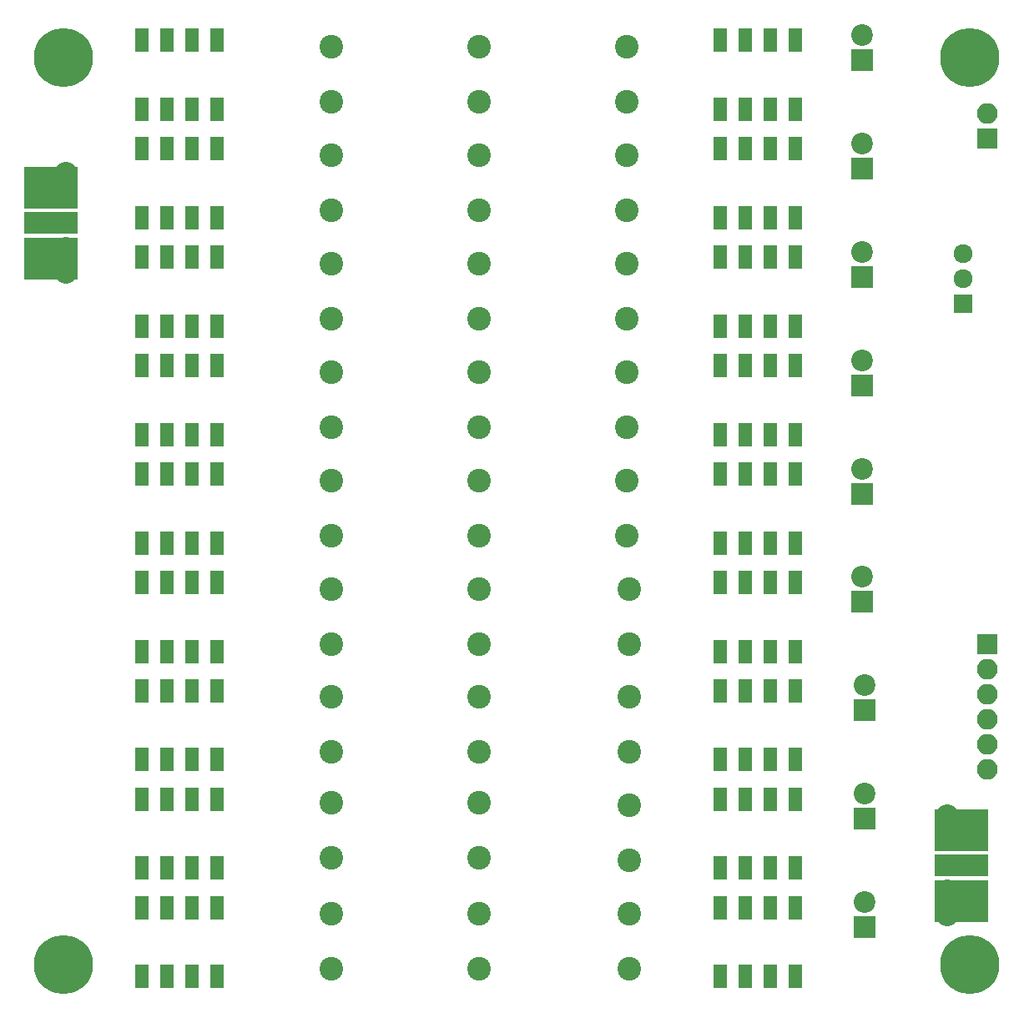
<source format=gbs>
G04 #@! TF.FileFunction,Soldermask,Bot*
%FSLAX46Y46*%
G04 Gerber Fmt 4.6, Leading zero omitted, Abs format (unit mm)*
G04 Created by KiCad (PCBNEW 4.0.7-e2-6376~58~ubuntu14.04.1) date Sat May 19 07:38:07 2018*
%MOMM*%
%LPD*%
G01*
G04 APERTURE LIST*
%ADD10C,0.100000*%
%ADD11R,1.400000X2.400000*%
%ADD12C,2.200000*%
%ADD13R,5.400000X2.200000*%
%ADD14R,5.400000X4.360000*%
%ADD15C,2.398980*%
%ADD16C,6.000000*%
%ADD17R,2.200000X2.200000*%
%ADD18R,2.100000X2.100000*%
%ADD19O,2.100000X2.100000*%
%ADD20C,1.920000*%
%ADD21R,1.920000X1.920000*%
G04 APERTURE END LIST*
D10*
D11*
X140250000Y-41250000D03*
X137710000Y-41250000D03*
X135170000Y-41250000D03*
X132630000Y-41250000D03*
X132630000Y-34250000D03*
X135170000Y-34250000D03*
X137710000Y-34250000D03*
X140250000Y-34250000D03*
X74000000Y-45250000D03*
X76540000Y-45250000D03*
X79080000Y-45250000D03*
X81620000Y-45250000D03*
X81620000Y-52250000D03*
X79080000Y-52250000D03*
X76540000Y-52250000D03*
X74000000Y-52250000D03*
X140250000Y-52250000D03*
X137710000Y-52250000D03*
X135170000Y-52250000D03*
X132630000Y-52250000D03*
X132630000Y-45250000D03*
X135170000Y-45250000D03*
X137710000Y-45250000D03*
X140250000Y-45250000D03*
X74000000Y-23250000D03*
X76540000Y-23250000D03*
X79080000Y-23250000D03*
X81620000Y-23250000D03*
X81620000Y-30250000D03*
X79080000Y-30250000D03*
X76540000Y-30250000D03*
X74000000Y-30250000D03*
X140250000Y-30250000D03*
X137710000Y-30250000D03*
X135170000Y-30250000D03*
X132630000Y-30250000D03*
X132630000Y-23250000D03*
X135170000Y-23250000D03*
X137710000Y-23250000D03*
X140250000Y-23250000D03*
D12*
X155643000Y-112080000D03*
X155643000Y-101920000D03*
D13*
X157150000Y-107000000D03*
D14*
X157150000Y-103380000D03*
X157150000Y-110620000D03*
D12*
X155643000Y-109540000D03*
X155643000Y-104460000D03*
X155643000Y-107000000D03*
D11*
X140250000Y-63250000D03*
X137710000Y-63250000D03*
X135170000Y-63250000D03*
X132630000Y-63250000D03*
X132630000Y-56250000D03*
X135170000Y-56250000D03*
X137710000Y-56250000D03*
X140250000Y-56250000D03*
X74000000Y-56250000D03*
X76540000Y-56250000D03*
X79080000Y-56250000D03*
X81620000Y-56250000D03*
X81620000Y-63250000D03*
X79080000Y-63250000D03*
X76540000Y-63250000D03*
X74000000Y-63250000D03*
X74000000Y-67250000D03*
X76540000Y-67250000D03*
X79080000Y-67250000D03*
X81620000Y-67250000D03*
X81620000Y-74250000D03*
X79080000Y-74250000D03*
X76540000Y-74250000D03*
X74000000Y-74250000D03*
X140250000Y-74250000D03*
X137710000Y-74250000D03*
X135170000Y-74250000D03*
X132630000Y-74250000D03*
X132630000Y-67250000D03*
X135170000Y-67250000D03*
X137710000Y-67250000D03*
X140250000Y-67250000D03*
D15*
X93146000Y-29492000D03*
X93146000Y-23904000D03*
X108146000Y-29492000D03*
X108146000Y-23904000D03*
X93146000Y-51492000D03*
X93146000Y-45904000D03*
X123146000Y-29492000D03*
X123146000Y-23904000D03*
X93146000Y-40492000D03*
X93146000Y-34904000D03*
X108146000Y-40492000D03*
X108146000Y-34904000D03*
X123146000Y-40492000D03*
X123146000Y-34904000D03*
D11*
X74000000Y-78250000D03*
X76540000Y-78250000D03*
X79080000Y-78250000D03*
X81620000Y-78250000D03*
X81620000Y-85250000D03*
X79080000Y-85250000D03*
X76540000Y-85250000D03*
X74000000Y-85250000D03*
X74000000Y-89250000D03*
X76540000Y-89250000D03*
X79080000Y-89250000D03*
X81620000Y-89250000D03*
X81620000Y-96250000D03*
X79080000Y-96250000D03*
X76540000Y-96250000D03*
X74000000Y-96250000D03*
X74000000Y-100250000D03*
X76540000Y-100250000D03*
X79080000Y-100250000D03*
X81620000Y-100250000D03*
X81620000Y-107250000D03*
X79080000Y-107250000D03*
X76540000Y-107250000D03*
X74000000Y-107250000D03*
X140250000Y-85250000D03*
X137710000Y-85250000D03*
X135170000Y-85250000D03*
X132630000Y-85250000D03*
X132630000Y-78250000D03*
X135170000Y-78250000D03*
X137710000Y-78250000D03*
X140250000Y-78250000D03*
X140250000Y-96250000D03*
X137710000Y-96250000D03*
X135170000Y-96250000D03*
X132630000Y-96250000D03*
X132630000Y-89250000D03*
X135170000Y-89250000D03*
X137710000Y-89250000D03*
X140250000Y-89250000D03*
X140250000Y-107250000D03*
X137710000Y-107250000D03*
X135170000Y-107250000D03*
X132630000Y-107250000D03*
X132630000Y-100250000D03*
X135170000Y-100250000D03*
X137710000Y-100250000D03*
X140250000Y-100250000D03*
D12*
X66257000Y-36720000D03*
X66257000Y-46880000D03*
D13*
X64750000Y-41800000D03*
D14*
X64750000Y-45420000D03*
X64750000Y-38180000D03*
D12*
X66257000Y-39260000D03*
X66257000Y-44340000D03*
X66257000Y-41800000D03*
D11*
X74000000Y-111250000D03*
X76540000Y-111250000D03*
X79080000Y-111250000D03*
X81620000Y-111250000D03*
X81620000Y-118250000D03*
X79080000Y-118250000D03*
X76540000Y-118250000D03*
X74000000Y-118250000D03*
X140250000Y-118250000D03*
X137710000Y-118250000D03*
X135170000Y-118250000D03*
X132630000Y-118250000D03*
X132630000Y-111250000D03*
X135170000Y-111250000D03*
X137710000Y-111250000D03*
X140250000Y-111250000D03*
D15*
X123396000Y-106492000D03*
X123396000Y-100904000D03*
X93146000Y-117492000D03*
X93146000Y-111904000D03*
X108146000Y-117492000D03*
X108146000Y-111904000D03*
X123396000Y-117492000D03*
X123396000Y-111904000D03*
X123146000Y-51492000D03*
X123146000Y-45904000D03*
X108146000Y-51492000D03*
X108146000Y-45904000D03*
X123146000Y-62492000D03*
X123146000Y-56904000D03*
X108146000Y-62492000D03*
X108146000Y-56904000D03*
X93146000Y-62492000D03*
X93146000Y-56904000D03*
X123146000Y-73492000D03*
X123146000Y-67904000D03*
X108146000Y-73492000D03*
X108146000Y-67904000D03*
X93146000Y-73492000D03*
X93146000Y-67904000D03*
D16*
X158000000Y-25000000D03*
X158000000Y-117000000D03*
X66000000Y-117000000D03*
X66000000Y-25000000D03*
D15*
X93146000Y-84492000D03*
X93146000Y-78904000D03*
X108146000Y-84492000D03*
X108146000Y-78904000D03*
X123396000Y-84492000D03*
X123396000Y-78904000D03*
D11*
X74000000Y-34250000D03*
X76540000Y-34250000D03*
X79080000Y-34250000D03*
X81620000Y-34250000D03*
X81620000Y-41250000D03*
X79080000Y-41250000D03*
X76540000Y-41250000D03*
X74000000Y-41250000D03*
D15*
X93146000Y-95492000D03*
X93146000Y-89904000D03*
X108146000Y-95492000D03*
X108146000Y-89904000D03*
X123396000Y-95492000D03*
X123396000Y-89904000D03*
X93146000Y-106242000D03*
X93146000Y-100654000D03*
X108146000Y-106242000D03*
X108146000Y-100654000D03*
D17*
X147000000Y-25250000D03*
D12*
X147000000Y-22710000D03*
D17*
X147000000Y-36250000D03*
D12*
X147000000Y-33710000D03*
D17*
X147000000Y-47250000D03*
D12*
X147000000Y-44710000D03*
D17*
X147000000Y-58250000D03*
D12*
X147000000Y-55710000D03*
D17*
X147000000Y-69250000D03*
D12*
X147000000Y-66710000D03*
D17*
X147000000Y-80250000D03*
D12*
X147000000Y-77710000D03*
D17*
X147250000Y-91250000D03*
D12*
X147250000Y-88710000D03*
D17*
X147250000Y-102250000D03*
D12*
X147250000Y-99710000D03*
D17*
X147250000Y-113250000D03*
D12*
X147250000Y-110710000D03*
D18*
X159750000Y-33250000D03*
D19*
X159750000Y-30710000D03*
D18*
X159750000Y-84500000D03*
D19*
X159750000Y-87040000D03*
X159750000Y-89580000D03*
X159750000Y-92120000D03*
X159750000Y-94660000D03*
X159750000Y-97200000D03*
D20*
X157250000Y-47460000D03*
X157250000Y-44920000D03*
D21*
X157250000Y-50000000D03*
M02*

</source>
